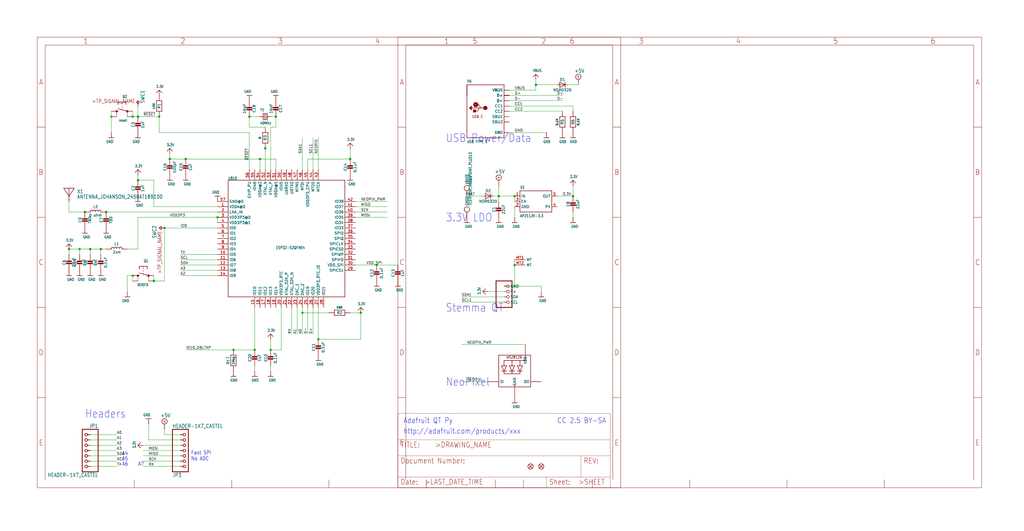
<source format=kicad_sch>
(kicad_sch (version 20211123) (generator eeschema)
  (paper "User" 490.22 254.406)
  (lib_symbols
    (symbol "eagleSchem-eagle-import:+5V" (power)
      (property "Value" "+5V" (at -1.905 3.175 0))
      (symbol "+5V_1_0"
        (pin power_in line (at 0 -2.54 90) (length 2.54) (name "+5V") (number "1"))
      )
    )
    (symbol "eagleSchem-eagle-import:3.3V" (power)
      (property "Value" "3.3V" (at -1.524 1.016 0))
      (symbol "3.3V_1_0"
        (pin power_in line (at 0 -2.54 90) (length 2.54) (name "3.3V") (number "1"))
      )
    )
    (symbol "eagleSchem-eagle-import:ANTENNA_JOHANSON_2450AT18B100"
      (property "Reference" "X" (at 3.81 1.27 0))
      (property "Value" "ANTENNA_JOHANSON_2450AT18B100" (at 3.81 -1.27 0))
      (symbol "ANTENNA_JOHANSON_2450AT18B100_1_0"
        (pin passive line (at 0 -2.54 90) (length 2.54) (name "P$1") (number "FP"))
      )
    )
    (symbol "eagleSchem-eagle-import:CAP_CERAMIC0805-NOOUTLINE"
      (property "Reference" "C" (at -2.29 1.25 90))
      (property "Value" "CAP_CERAMIC0805-NOOUTLINE" (at 2.3 1.25 90))
      (symbol "CAP_CERAMIC0805-NOOUTLINE_1_0"
        (pin passive line (at 0 5.08 270) (length 2.54) (name "1") (number "1"))
        (pin passive line (at 0 -2.54 90) (length 2.54) (name "2") (number "2"))
      )
    )
    (symbol "eagleSchem-eagle-import:CAP_CERAMIC_0402NO"
      (property "Reference" "C" (at -2.29 1.25 90))
      (property "Value" "CAP_CERAMIC_0402NO" (at 2.3 1.25 90))
      (symbol "CAP_CERAMIC_0402NO_1_0"
        (pin passive line (at 0 5.08 270) (length 2.54) (name "1") (number "1"))
        (pin passive line (at 0 -2.54 90) (length 2.54) (name "2") (number "2"))
      )
    )
    (symbol "eagleSchem-eagle-import:CRYSTAL_2X1.6MM"
      (property "Reference" "Y" (at -2.54 2.54 0))
      (property "Value" "CRYSTAL_2X1.6MM" (at -2.54 -3.81 0))
      (symbol "CRYSTAL_2X1.6MM_1_0"
        (pin passive line (at -2.54 0 0) (length 0) (name "1") (number "1"))
        (pin passive line (at 2.54 0 180) (length 0) (name "2") (number "3"))
      )
    )
    (symbol "eagleSchem-eagle-import:DIODE_SOD323MINI"
      (property "Reference" "D" (at 0 2.54 0))
      (property "Value" "DIODE_SOD323MINI" (at 0 -2.5 0))
      (symbol "DIODE_SOD323MINI_1_0"
        (pin passive line (at -2.54 0 0) (length 2.54) (name "A") (number "A"))
        (pin passive line (at 2.54 0 180) (length 2.54) (name "C") (number "C"))
      )
    )
    (symbol "eagleSchem-eagle-import:ESP32-S2QFN54"
      (property "Value" "ESP32-S2QFN54" (at -25.4 -30.48 0))
      (symbol "ESP32-S2QFN54_1_0"
        (pin power_in line (at -33.02 15.24 0) (length 5.08) (name "VDDA@0") (number "1"))
        (pin bidirectional line (at -33.02 -7.62 0) (length 5.08) (name "IO5") (number "10"))
        (pin bidirectional line (at -33.02 -10.16 0) (length 5.08) (name "IO6") (number "11"))
        (pin bidirectional line (at -33.02 -12.7 0) (length 5.08) (name "IO7") (number "12"))
        (pin bidirectional line (at -33.02 -15.24 0) (length 5.08) (name "IO8") (number "13"))
        (pin bidirectional line (at -33.02 -17.78 0) (length 5.08) (name "IO9") (number "14"))
        (pin bidirectional line (at -15.24 -33.02 90) (length 5.08) (name "IO10") (number "15"))
        (pin bidirectional line (at -12.7 -33.02 90) (length 5.08) (name "IO11") (number "16"))
        (pin bidirectional line (at -10.16 -33.02 90) (length 5.08) (name "IO12") (number "17"))
        (pin bidirectional line (at -7.62 -33.02 90) (length 5.08) (name "IO13") (number "18"))
        (pin bidirectional line (at -5.08 -33.02 90) (length 5.08) (name "IO14") (number "19"))
        (pin bidirectional line (at -33.02 12.7 0) (length 5.08) (name "LNA_IN") (number "2"))
        (pin power_in line (at -2.54 -33.02 90) (length 5.08) (name "VDD3P3_RTC") (number "20"))
        (pin bidirectional line (at 0 -33.02 90) (length 5.08) (name "XTAL_32K_P") (number "21"))
        (pin bidirectional line (at 2.54 -33.02 90) (length 5.08) (name "XTAL_32K_N") (number "22"))
        (pin bidirectional line (at 5.08 -33.02 90) (length 5.08) (name "DAC_1") (number "23"))
        (pin bidirectional line (at 7.62 -33.02 90) (length 5.08) (name "DAC_2") (number "24"))
        (pin bidirectional line (at 10.16 -33.02 90) (length 5.08) (name "IO19") (number "25"))
        (pin bidirectional line (at 12.7 -33.02 90) (length 5.08) (name "IO20") (number "26"))
        (pin power_in line (at 15.24 -33.02 90) (length 5.08) (name "VDD3P3_RTC_IO") (number "27"))
        (pin bidirectional line (at 17.78 -33.02 90) (length 5.08) (name "IO21") (number "28"))
        (pin bidirectional line (at 33.02 -15.24 180) (length 5.08) (name "SPICS1") (number "29"))
        (pin power_in line (at -33.02 10.16 0) (length 5.08) (name "VDD3P3@0") (number "3"))
        (pin power_in line (at 33.02 -12.7 180) (length 5.08) (name "VDD_SPI") (number "30"))
        (pin bidirectional line (at 33.02 -10.16 180) (length 5.08) (name "SPIHD") (number "31"))
        (pin bidirectional line (at 33.02 -7.62 180) (length 5.08) (name "SPIWP") (number "32"))
        (pin bidirectional line (at 33.02 -5.08 180) (length 5.08) (name "SPICS0") (number "33"))
        (pin bidirectional line (at 33.02 -2.54 180) (length 5.08) (name "SPICLK") (number "34"))
        (pin bidirectional line (at 33.02 0 180) (length 5.08) (name "SPIQ") (number "35"))
        (pin bidirectional line (at 33.02 2.54 180) (length 5.08) (name "SPID") (number "36"))
        (pin bidirectional line (at 33.02 5.08 180) (length 5.08) (name "IO33") (number "37"))
        (pin bidirectional line (at 33.02 7.62 180) (length 5.08) (name "IO34") (number "38"))
        (pin bidirectional line (at 33.02 10.16 180) (length 5.08) (name "IO35") (number "39"))
        (pin power_in line (at -33.02 7.62 0) (length 5.08) (name "VDD3P3@1") (number "4"))
        (pin bidirectional line (at 33.02 12.7 180) (length 5.08) (name "IO36") (number "40"))
        (pin bidirectional line (at 33.02 15.24 180) (length 5.08) (name "IO37") (number "41"))
        (pin bidirectional line (at 33.02 17.78 180) (length 5.08) (name "IO38") (number "42"))
        (pin bidirectional line (at 15.24 33.02 270) (length 5.08) (name "MTCK") (number "43"))
        (pin bidirectional line (at 12.7 33.02 270) (length 5.08) (name "MTD0") (number "44"))
        (pin power_in line (at 10.16 33.02 270) (length 5.08) (name "VDD3P3_CPU") (number "45"))
        (pin bidirectional line (at 7.62 33.02 270) (length 5.08) (name "MTDI") (number "46"))
        (pin bidirectional line (at 5.08 33.02 270) (length 5.08) (name "MTMS") (number "47"))
        (pin bidirectional line (at 2.54 33.02 270) (length 5.08) (name "U0TXD") (number "48"))
        (pin bidirectional line (at 0 33.02 270) (length 5.08) (name "U0RXD") (number "49"))
        (pin bidirectional line (at -33.02 5.08 0) (length 5.08) (name "IO0") (number "5"))
        (pin bidirectional line (at -2.54 33.02 270) (length 5.08) (name "IO45") (number "50"))
        (pin power_in line (at -5.08 33.02 270) (length 5.08) (name "VDDA@1") (number "51"))
        (pin bidirectional line (at -10.16 33.02 270) (length 5.08) (name "XTAL_N") (number "52"))
        (pin bidirectional line (at -7.62 33.02 270) (length 5.08) (name "XTAL_P") (number "53"))
        (pin power_in line (at -12.7 33.02 270) (length 5.08) (name "VDDA@2") (number "54"))
        (pin input line (at -15.24 33.02 270) (length 5.08) (name "IO46") (number "55"))
        (pin input line (at -17.78 33.02 270) (length 5.08) (name "CHIP_PU") (number "56"))
        (pin power_in line (at -33.02 17.78 0) (length 5.08) (name "GND@0") (number "57"))
        (pin bidirectional line (at -33.02 2.54 0) (length 5.08) (name "IO1") (number "6"))
        (pin bidirectional line (at -33.02 0 0) (length 5.08) (name "IO2") (number "7"))
        (pin bidirectional line (at -33.02 -2.54 0) (length 5.08) (name "IO3") (number "8"))
        (pin bidirectional line (at -33.02 -5.08 0) (length 5.08) (name "IO4") (number "9"))
      )
    )
    (symbol "eagleSchem-eagle-import:FIDUCIAL_1MM")
    (symbol "eagleSchem-eagle-import:FRAME_A_L"
      (symbol "FRAME_A_L_0_0"
        (text "1" (at 23.2833 213.995 0) (effects (font (size 2.54 2.286))))
        (text "2" (at 69.85 213.995 0) (effects (font (size 2.54 2.286))))
        (text "3" (at 116.4167 213.995 0) (effects (font (size 2.54 2.286))))
        (text "4" (at 162.9833 213.995 0) (effects (font (size 2.54 2.286))))
        (text "5" (at 209.55 213.995 0) (effects (font (size 2.54 2.286))))
        (text "6" (at 256.1167 213.995 0) (effects (font (size 2.54 2.286))))
        (text "A" (at 1.905 194.31 0) (effects (font (size 2.54 2.286))))
        (text "A" (at 277.495 194.31 0) (effects (font (size 2.54 2.286))))
        (text "B" (at 1.905 151.13 0) (effects (font (size 2.54 2.286))))
        (text "B" (at 277.495 151.13 0) (effects (font (size 2.54 2.286))))
        (text "C" (at 1.905 107.95 0) (effects (font (size 2.54 2.286))))
        (text "C" (at 277.495 107.95 0) (effects (font (size 2.54 2.286))))
        (text "D" (at 1.905 64.77 0) (effects (font (size 2.54 2.286))))
        (text "D" (at 277.495 64.77 0) (effects (font (size 2.54 2.286))))
        (text "E" (at 1.905 21.59 0) (effects (font (size 2.54 2.286))))
        (text "E" (at 277.495 21.59 0) (effects (font (size 2.54 2.286))))
      )
      (symbol "FRAME_A_L_2_0"
        (text ">DRAWING_NAME" (at 17.78 19.05 0) (effects (font (size 2.54 2.159)) (justify left bottom)))
        (text ">LAST_DATE_TIME" (at 12.7 1.27 0) (effects (font (size 2.54 2.159)) (justify left bottom)))
        (text ">SHEET" (at 86.36 1.27 0) (effects (font (size 2.54 2.159)) (justify left bottom)))
        (text "Date:" (at 1.27 1.27 0) (effects (font (size 2.54 2.159)) (justify left bottom)))
        (text "Document Number:" (at 1.27 11.43 0) (effects (font (size 2.54 2.159)) (justify left bottom)))
        (text "REV:" (at 88.9 11.43 0) (effects (font (size 2.54 2.159)) (justify left bottom)))
        (text "Sheet:" (at 72.39 1.27 0) (effects (font (size 2.54 2.159)) (justify left bottom)))
        (text "TITLE:" (at 1.27 19.05 0) (effects (font (size 2.54 2.159)) (justify left bottom)))
      )
    )
    (symbol "eagleSchem-eagle-import:GND" (power)
      (property "Value" "GND" (at -1.524 -2.54 0))
      (symbol "GND_1_0"
        (pin power_in line (at 0 2.54 270) (length 2.54) (name "GND") (number "1"))
      )
    )
    (symbol "eagleSchem-eagle-import:HEADER-1X7_CASTEL"
      (property "Reference" "JP" (at -6.35 10.795 0))
      (property "Value" "HEADER-1X7_CASTEL" (at -6.35 -12.7 0))
      (symbol "HEADER-1X7_CASTEL_1_0"
        (pin passive inverted (at -2.54 7.62 0) (length 2.54) (name "1") (number "1"))
        (pin passive inverted (at -2.54 7.62 0) (length 2.54) (name "1") (number "1C"))
        (pin passive inverted (at -2.54 5.08 0) (length 2.54) (name "2") (number "2"))
        (pin passive inverted (at -2.54 5.08 0) (length 2.54) (name "2") (number "2C"))
        (pin passive inverted (at -2.54 2.54 0) (length 2.54) (name "3") (number "3"))
        (pin passive inverted (at -2.54 2.54 0) (length 2.54) (name "3") (number "3C"))
        (pin passive inverted (at -2.54 0 0) (length 2.54) (name "4") (number "4"))
        (pin passive inverted (at -2.54 0 0) (length 2.54) (name "4") (number "4C"))
        (pin passive inverted (at -2.54 -2.54 0) (length 2.54) (name "5") (number "5"))
        (pin passive inverted (at -2.54 -2.54 0) (length 2.54) (name "5") (number "5C"))
        (pin passive inverted (at -2.54 -5.08 0) (length 2.54) (name "6") (number "6"))
        (pin passive inverted (at -2.54 -5.08 0) (length 2.54) (name "6") (number "6C"))
        (pin passive inverted (at -2.54 -7.62 0) (length 2.54) (name "7") (number "7"))
        (pin passive inverted (at -2.54 -7.62 0) (length 2.54) (name "7") (number "7C"))
      )
    )
    (symbol "eagleSchem-eagle-import:INDUCTOR_0402"
      (property "Reference" "L" (at 0 2.54 0))
      (property "Value" "INDUCTOR_0402" (at 0 -1.54 0))
      (symbol "INDUCTOR_0402_1_0"
        (pin passive line (at -5.08 0 0) (length 2.54) (name "1") (number "1"))
        (pin passive line (at 5.08 0 180) (length 2.54) (name "2") (number "2"))
      )
    )
    (symbol "eagleSchem-eagle-import:RESISTOR_0402NO"
      (property "Reference" "R" (at 0 2.54 0))
      (property "Value" "RESISTOR_0402NO" (at 0 0 0))
      (symbol "RESISTOR_0402NO_1_0"
        (pin passive line (at -5.08 0 0) (length 2.54) (name "1") (number "1"))
        (pin passive line (at 5.08 0 180) (length 2.54) (name "2") (number "2"))
      )
    )
    (symbol "eagleSchem-eagle-import:STEMMA_I2C_QTSKINNY"
      (symbol "STEMMA_I2C_QTSKINNY_1_0"
        (pin passive inverted (at 0 5.08 0) (length 2.54) (name "GND") (number "1"))
        (pin passive inverted (at 0 2.54 0) (length 2.54) (name "V+") (number "2"))
        (pin passive inverted (at 0 0 0) (length 2.54) (name "SDA") (number "3"))
        (pin passive inverted (at 0 -2.54 0) (length 2.54) (name "SCL") (number "4"))
      )
      (symbol "STEMMA_I2C_QTSKINNY_2_0"
        (pin bidirectional line (at 0 0 0) (length 5.08) (name "MT") (number "MT1"))
      )
      (symbol "STEMMA_I2C_QTSKINNY_3_0"
        (pin bidirectional line (at 0 0 0) (length 5.08) (name "MT") (number "MT2"))
      )
    )
    (symbol "eagleSchem-eagle-import:SWITCH_TACT_SMT4.6X2.8"
      (property "Reference" "SW" (at -2.54 6.35 0))
      (property "Value" "SWITCH_TACT_SMT4.6X2.8" (at -2.54 -5.08 0))
      (symbol "SWITCH_TACT_SMT4.6X2.8_1_0"
        (pin passive line (at -5.08 0 0) (length 2.54) (name "P") (number "A"))
        (pin passive line (at -5.08 -2.54 0) (length 2.54) (name "P1") (number "A'"))
        (pin passive line (at 5.08 0 180) (length 2.54) (name "S") (number "B"))
        (pin passive line (at 5.08 -2.54 180) (length 2.54) (name "S1") (number "B'"))
      )
    )
    (symbol "eagleSchem-eagle-import:TESTPOINT_MINUS"
      (property "Reference" "TP" (at 0 5.588 90))
      (property "Value" "TESTPOINT_MINUS" (at 1.651 5.588 90))
      (symbol "TESTPOINT_MINUS_1_0"
        (pin bidirectional line (at 0 0 90) (length 2.54) (name "P$1") (number "P$1"))
      )
    )
    (symbol "eagleSchem-eagle-import:TESTPOINT_PLUS13"
      (property "Reference" "TP" (at 0 5.588 90))
      (property "Value" "TESTPOINT_PLUS13" (at 1.651 5.588 90))
      (symbol "TESTPOINT_PLUS13_1_0"
        (pin bidirectional line (at 0 0 90) (length 2.54) (name "P$1") (number "P$1"))
      )
    )
    (symbol "eagleSchem-eagle-import:TPB1,27"
      (property "Reference" "TP" (at -1.27 1.27 0))
      (symbol "TPB1,27_1_0"
        (text ">TP_SIGNAL_NAME" (at 1.27 -1.27 0) (effects (font (size 1.778 1.5113)) (justify left bottom)))
        (pin input line (at 0 -2.54 90) (length 2.54) (name "TP") (number "TP"))
      )
    )
    (symbol "eagleSchem-eagle-import:USB_C"
      (property "Reference" "X" (at -10.16 13.716 0))
      (property "Value" "USB_C" (at -10.16 -15.24 0))
      (symbol "USB_C_1_0"
        (text "USB C" (at -5.08 -2.54 0) (effects (font (size 1.27 1.0795))))
        (pin power_in line (at 10.16 -10.16 180) (length 2.54) (name "GND") (number "A1B12"))
        (pin power_in line (at 10.16 10.16 180) (length 2.54) (name "VBUS") (number "A4B9"))
        (pin bidirectional line (at 10.16 2.54 180) (length 2.54) (name "CC1") (number "A5"))
        (pin bidirectional line (at 10.16 7.62 180) (length 2.54) (name "D+") (number "A6"))
        (pin bidirectional line (at 10.16 5.08 180) (length 2.54) (name "D-") (number "A7"))
        (pin bidirectional line (at 10.16 -2.54 180) (length 2.54) (name "SBU1") (number "A8"))
        (pin power_in line (at 10.16 -10.16 180) (length 2.54) (name "GND") (number "B1A12"))
        (pin power_in line (at 10.16 10.16 180) (length 2.54) (name "VBUS") (number "B4A9"))
        (pin bidirectional line (at 10.16 0 180) (length 2.54) (name "CC2") (number "B5"))
        (pin bidirectional line (at 10.16 7.62 180) (length 2.54) (name "D+") (number "B6"))
        (pin bidirectional line (at 10.16 5.08 180) (length 2.54) (name "D-") (number "B7"))
        (pin bidirectional line (at 10.16 -5.08 180) (length 2.54) (name "SBU2") (number "B8"))
      )
    )
    (symbol "eagleSchem-eagle-import:VBUS" (power)
      (property "Value" "VBUS" (at -1.524 1.016 0))
      (symbol "VBUS_1_0"
        (pin power_in line (at 0 -2.54 90) (length 2.54) (name "VBUS") (number "1"))
      )
    )
    (symbol "eagleSchem-eagle-import:VREG_SOT23-5"
      (property "Reference" "U" (at -7.62 6.096 0))
      (property "Value" "VREG_SOT23-5" (at -7.62 -7.62 0))
      (symbol "VREG_SOT23-5_1_0"
        (pin power_in line (at -10.16 2.54 0) (length 2.54) (name "IN") (number "1"))
        (pin power_in line (at -10.16 -2.54 0) (length 2.54) (name "GND") (number "2"))
        (pin input line (at -10.16 0 0) (length 2.54) (name "EN") (number "3"))
        (pin bidirectional line (at 10.16 -2.54 180) (length 2.54) (name "P4") (number "4"))
        (pin power_in line (at 10.16 2.54 180) (length 2.54) (name "OUT") (number "5"))
      )
    )
    (symbol "eagleSchem-eagle-import:WS2812B_SK6805_1515"
      (symbol "WS2812B_SK6805_1515_1_0"
        (text "WS2812B" (at -4.064 8.382 0) (effects (font (size 1.27 1.0795)) (justify left bottom)))
        (pin input line (at -12.7 -2.54 0) (length 5.08) (name "DI") (number "1"))
        (pin power_in line (at 5.08 15.24 270) (length 5.08) (name "VDD") (number "2"))
        (pin output line (at 12.7 -2.54 180) (length 5.08) (name "DO") (number "3"))
        (pin power_in line (at 0 -10.16 90) (length 5.08) (name "GND") (number "4"))
      )
    )
  )
  (junction (at 33.02 119.38))
  (junction (at 119.38 55.88))
  (junction (at 104.14 104.14))
  (junction (at 81.28 76.2))
  (junction (at 111.76 167.64))
  (junction (at 129.54 167.64))
  (junction (at 121.92 167.64))
  (junction (at 124.46 76.2))
  (junction (at 73.66 134.62))
  (junction (at 144.78 149.86))
  (junction (at 66.04 55.88))
  (junction (at 43.18 119.38))
  (junction (at 48.26 119.38))
  (junction (at 88.9 76.2))
  (junction (at 76.2 55.88))
  (junction (at 63.5 132.08))
  (junction (at 50.8 101.6))
  (junction (at 78.74 109.22))
  (junction (at 246.38 127))
  (junction (at 152.4 162.56))
  (junction (at 38.1 119.38))
  (junction (at 66.04 86.36))
  (junction (at 127 71.12))
  (junction (at 132.08 55.88))
  (junction (at 40.64 101.6))
  (junction (at 238.76 93.98))
  (junction (at 172.72 149.86))
  (junction (at 180.34 127))
  (junction (at 167.64 76.2))
  (junction (at 246.38 93.98))
  (junction (at 63.5 55.88))
  (junction (at 246.38 137.16))
  (junction (at 274.32 93.98))
  (junction (at 256.54 40.64))
  (junction (at 53.34 55.88))
  (wire (pts (xy 104.14 104.14) (xy 104.14 106.68)))
  (wire (pts (xy 43.18 210.82) (xy 55.88 210.82)))
  (wire (pts (xy 256.54 43.18) (xy 243.84 43.18)))
  (wire (pts (xy 124.46 76.2) (xy 124.46 81.28)))
  (wire (pts (xy 129.54 167.64) (xy 134.62 167.64)))
  (wire (pts (xy 241.3 137.16) (xy 246.38 137.16)))
  (wire (pts (xy 134.62 167.64) (xy 134.62 147.32)))
  (wire (pts (xy 76.2 63.5) (xy 119.38 63.5)))
  (wire (pts (xy 78.74 134.62) (xy 78.74 109.22)))
  (wire (pts (xy 251.46 165.1) (xy 220.98 165.1)))
  (wire (pts (xy 111.76 167.64) (xy 88.9 167.64)))
  (wire (pts (xy 243.84 50.8) (xy 274.32 50.8)))
  (wire (pts (xy 132.08 60.96) (xy 132.08 55.88)))
  (wire (pts (xy 246.38 99.06) (xy 246.38 104.14)))
  (wire (pts (xy 43.18 119.38) (xy 38.1 119.38)))
  (wire (pts (xy 63.5 55.88) (xy 66.04 55.88)))
  (wire (pts (xy 238.76 88.9) (xy 238.76 93.98)))
  (wire (pts (xy 236.22 93.98) (xy 238.76 93.98)))
  (wire (pts (xy 246.38 124.46) (xy 246.38 127)))
  (wire (pts (xy 147.32 81.28) (xy 147.32 76.2)))
  (wire (pts (xy 66.04 55.88) (xy 76.2 55.88)))
  (wire (pts (xy 86.36 124.46) (xy 104.14 124.46)))
  (wire (pts (xy 241.3 139.7) (xy 233.68 139.7)))
  (wire (pts (xy 121.92 147.32) (xy 121.92 167.64)))
  (wire (pts (xy 55.88 213.36) (xy 43.18 213.36)))
  (wire (pts (xy 78.74 208.28) (xy 78.74 205.74)))
  (wire (pts (xy 144.78 149.86) (xy 144.78 147.32)))
  (wire (pts (xy 261.62 63.5) (xy 243.84 63.5)))
  (wire (pts (xy 274.32 50.8) (xy 274.32 53.34)))
  (wire (pts (xy 104.14 109.22) (xy 78.74 109.22)))
  (wire (pts (xy 66.04 83.82) (xy 66.04 86.36)))
  (wire (pts (xy 246.38 96.52) (xy 246.38 93.98)))
  (wire (pts (xy 127 71.12) (xy 127 68.58)))
  (wire (pts (xy 129.54 177.8) (xy 129.54 175.26)))
  (wire (pts (xy 38.1 119.38) (xy 33.02 119.38)))
  (wire (pts (xy 119.38 60.96) (xy 119.38 55.88)))
  (wire (pts (xy 104.14 104.14) (xy 66.04 104.14)))
  (wire (pts (xy 33.02 101.6) (xy 33.02 96.52)))
  (wire (pts (xy 53.34 53.34) (xy 53.34 55.88)))
  (wire (pts (xy 152.4 147.32) (xy 152.4 162.56)))
  (wire (pts (xy 170.18 127) (xy 180.34 127)))
  (wire (pts (xy 53.34 63.5) (xy 53.34 55.88)))
  (wire (pts (xy 256.54 40.64) (xy 266.7 40.64)))
  (wire (pts (xy 241.3 144.78) (xy 220.98 144.78)))
  (wire (pts (xy 66.04 50.8) (xy 66.04 55.88)))
  (wire (pts (xy 43.18 215.9) (xy 55.88 215.9)))
  (wire (pts (xy 132.08 76.2) (xy 124.46 76.2)))
  (wire (pts (xy 33.02 121.92) (xy 33.02 119.38)))
  (wire (pts (xy 104.14 99.06) (xy 73.66 99.06)))
  (wire (pts (xy 86.36 218.44) (xy 68.58 218.44)))
  (wire (pts (xy 63.5 55.88) (xy 63.5 53.34)))
  (wire (pts (xy 144.78 160.02) (xy 144.78 149.86)))
  (wire (pts (xy 73.66 86.36) (xy 66.04 86.36)))
  (wire (pts (xy 86.36 220.98) (xy 68.58 220.98)))
  (wire (pts (xy 40.64 101.6) (xy 33.02 101.6)))
  (wire (pts (xy 241.3 142.24) (xy 220.98 142.24)))
  (wire (pts (xy 149.86 66.04) (xy 149.86 81.28)))
  (wire (pts (xy 246.38 127) (xy 246.38 137.16)))
  (wire (pts (xy 43.18 220.98) (xy 55.88 220.98)))
  (wire (pts (xy 172.72 162.56) (xy 172.72 149.86)))
  (wire (pts (xy 76.2 55.88) (xy 76.2 63.5)))
  (wire (pts (xy 142.24 160.02) (xy 142.24 147.32)))
  (wire (pts (xy 271.78 40.64) (xy 276.86 40.64)))
  (wire (pts (xy 121.92 177.8) (xy 121.92 175.26)))
  (wire (pts (xy 119.38 63.5) (xy 119.38 81.28)))
  (wire (pts (xy 48.26 119.38) (xy 43.18 119.38)))
  (wire (pts (xy 86.36 215.9) (xy 68.58 215.9)))
  (wire (pts (xy 256.54 38.1) (xy 256.54 40.64)))
  (wire (pts (xy 144.78 149.86) (xy 157.48 149.86)))
  (wire (pts (xy 127 81.28) (xy 127 71.12)))
  (wire (pts (xy 73.66 99.06) (xy 73.66 86.36)))
  (wire (pts (xy 86.36 132.08) (xy 104.14 132.08)))
  (wire (pts (xy 86.36 223.52) (xy 68.58 223.52)))
  (wire (pts (xy 111.76 167.64) (xy 121.92 167.64)))
  (wire (pts (xy 167.64 76.2) (xy 167.64 71.12)))
  (wire (pts (xy 170.18 104.14) (xy 185.42 104.14)))
  (wire (pts (xy 48.26 119.38) (xy 48.26 121.92)))
  (wire (pts (xy 55.88 208.28) (xy 43.18 208.28)))
  (wire (pts (xy 147.32 160.02) (xy 147.32 147.32)))
  (wire (pts (xy 71.12 210.82) (xy 71.12 203.2)))
  (wire (pts (xy 43.18 223.52) (xy 55.88 223.52)))
  (wire (pts (xy 50.8 101.6) (xy 104.14 101.6)))
  (wire (pts (xy 55.88 218.44) (xy 43.18 218.44)))
  (wire (pts (xy 50.8 119.38) (xy 48.26 119.38)))
  (wire (pts (xy 246.38 137.16) (xy 259.08 137.16)))
  (wire (pts (xy 274.32 88.9) (xy 274.32 93.98)))
  (wire (pts (xy 149.86 160.02) (xy 149.86 147.32)))
  (wire (pts (xy 129.54 162.56) (xy 129.54 167.64)))
  (wire (pts (xy 243.84 45.72) (xy 269.24 45.72)))
  (wire (pts (xy 86.36 210.82) (xy 71.12 210.82)))
  (wire (pts (xy 238.76 93.98) (xy 246.38 93.98)))
  (wire (pts (xy 124.46 55.88) (xy 119.38 55.88)))
  (wire (pts (xy 144.78 81.28) (xy 144.78 66.04)))
  (wire (pts (xy 152.4 81.28) (xy 152.4 66.04)))
  (wire (pts (xy 132.08 55.88) (xy 129.54 55.88)))
  (wire (pts (xy 38.1 121.92) (xy 38.1 119.38)))
  (wire (pts (xy 86.36 208.28) (xy 78.74 208.28)))
  (wire (pts (xy 259.08 137.16) (xy 259.08 139.7)))
  (wire (pts (xy 43.18 121.92) (xy 43.18 119.38)))
  (wire (pts (xy 129.54 60.96) (xy 132.08 60.96)))
  (wire (pts (xy 86.36 127) (xy 104.14 127)))
  (wire (pts (xy 60.96 132.08) (xy 63.5 132.08)))
  (wire (pts (xy 233.68 182.88) (xy 220.98 182.88)))
  (wire (pts (xy 243.84 53.34) (xy 269.24 53.34)))
  (wire (pts (xy 223.52 93.98) (xy 231.14 93.98)))
  (wire (pts (xy 132.08 81.28) (xy 132.08 76.2)))
  (wire (pts (xy 256.54 40.64) (xy 256.54 43.18)))
  (wire (pts (xy 88.9 76.2) (xy 124.46 76.2)))
  (wire (pts (xy 274.32 104.14) (xy 274.32 101.6)))
  (wire (pts (xy 60.96 139.7) (xy 60.96 132.08)))
  (wire (pts (xy 243.84 48.26) (xy 269.24 48.26)))
  (wire (pts (xy 63.5 134.62) (xy 63.5 132.08)))
  (wire (pts (xy 170.18 96.52) (xy 185.42 96.52)))
  (wire (pts (xy 266.7 93.98) (xy 274.32 93.98)))
  (wire (pts (xy 66.04 104.14) (xy 66.04 119.38)))
  (wire (pts (xy 139.7 147.32) (xy 139.7 160.02)))
  (wire (pts (xy 152.4 162.56) (xy 172.72 162.56)))
  (wire (pts (xy 127 60.96) (xy 119.38 60.96)))
  (wire (pts (xy 170.18 101.6) (xy 185.42 101.6)))
  (wire (pts (xy 73.66 132.08) (xy 73.66 134.62)))
  (wire (pts (xy 147.32 76.2) (xy 167.64 76.2)))
  (wire (pts (xy 73.66 134.62) (xy 78.74 134.62)))
  (wire (pts (xy 86.36 121.92) (xy 104.14 121.92)))
  (wire (pts (xy 66.04 119.38) (xy 60.96 119.38)))
  (wire (pts (xy 86.36 129.54) (xy 104.14 129.54)))
  (wire (pts (xy 170.18 99.06) (xy 185.42 99.06)))
  (wire (pts (xy 129.54 81.28) (xy 129.54 60.96)))
  (wire (pts (xy 86.36 213.36) (xy 68.58 213.36)))
  (wire (pts (xy 238.76 96.52) (xy 238.76 93.98)))
  (wire (pts (xy 180.34 127) (xy 190.5 127)))
  (wire (pts (xy 167.64 149.86) (xy 172.72 149.86)))
  (wire (pts (xy 81.28 76.2) (xy 88.9 76.2)))
  (wire (pts (xy 81.28 73.66) (xy 81.28 76.2)))
  (text "http://adafruit.com/products/xxx" (at 193.04 208.28 180) (effects (font (size 2.54 2.159)) (justify left bottom)))
  (text "Fast SPI\nNo ADC" (at 91.44 220.98 180) (effects (font (size 1.778 1.5113)) (justify left bottom)))
  (text "NeoPixel" (at 213.36 185.42 180) (effects (font (size 3.81 3.2385)) (justify left bottom)))
  (text "CC 2.5 BY-SA" (at 266.7 203.2 180) (effects (font (size 2.54 2.159)) (justify left bottom)))
  (text "3.3V LDO" (at 213.36 106.68 180) (effects (font (size 3.81 3.2385)) (justify left bottom)))
  (text "Stemma QT" (at 213.36 149.86 180) (effects (font (size 3.81 3.2385)) (justify left bottom)))
  (text "A7" (at 66.04 223.52 180) (effects (font (size 1.778 1.5113)) (justify left bottom)))
  (text "Adafruit QT Py" (at 193.04 203.2 180) (effects (font (size 2.54 2.159)) (justify left bottom)))
  (text "A6" (at 58.42 223.52 180) (effects (font (size 1.778 1.5113)) (justify left bottom)))
  (text "A4" (at 58.42 218.44 180) (effects (font (size 1.778 1.5113)) (justify left bottom)))
  (text "USB Power/Data" (at 213.36 68.58 180) (effects (font (size 3.81 3.2385)) (justify left bottom)))
  (text "A5" (at 58.42 220.98 180) (effects (font (size 1.778 1.5113)) (justify left bottom)))
  (text "Headers" (at 40.64 200.66 180) (effects (font (size 3.81 3.2385)) (justify left bottom)))
  (label "D-" (at 246.38 48.26 0) (effects (font (size 1.2446 1.2446))))
  (label "GND" (at 246.38 63.5 0) (effects (font (size 1.2446 1.2446))))
  (label "SDA" (at 86.36 127 0) (effects (font (size 1.2446 1.2446))))
  (label "SDA1" (at 144.78 73.66 90) (effects (font (size 1.2446 1.2446))))
  (label "TX" (at 86.36 121.92 0) (effects (font (size 1.2446 1.2446))))
  (label "D+" (at 246.38 45.72 0) (effects (font (size 1.2446 1.2446))))
  (label "RX" (at 71.12 223.52 0) (effects (font (size 1.2446 1.2446))))
  (label "VDD3P3" (at 81.28 104.14 0) (effects (font (size 1.2446 1.2446))))
  (label "A1" (at 142.24 160.02 90) (effects (font (size 1.2446 1.2446))))
  (label "IO0" (at 86.36 109.22 0) (effects (font (size 1.2446 1.2446))))
  (label "A0" (at 144.78 160.02 90) (effects (font (size 1.2446 1.2446))))
  (label "NEOPIX" (at 223.52 182.88 0) (effects (font (size 1.2446 1.2446))))
  (label "NEOPIX_PWR" (at 172.72 96.52 0) (effects (font (size 1.2446 1.2446))))
  (label "MISO" (at 71.12 218.44 0) (effects (font (size 1.2446 1.2446))))
  (label "A1" (at 55.88 210.82 0) (effects (font (size 1.2446 1.2446))))
  (label "TX" (at 55.88 223.52 0) (effects (font (size 1.2446 1.2446))))
  (label "CC1" (at 246.38 50.8 0) (effects (font (size 1.2446 1.2446))))
  (label "NEOPIX" (at 152.4 73.66 90) (effects (font (size 1.2446 1.2446))))
  (label "SCK" (at 71.12 220.98 0) (effects (font (size 1.2446 1.2446))))
  (label "VBUS" (at 246.38 43.18 0) (effects (font (size 1.2446 1.2446))))
  (label "SDA1" (at 220.98 142.24 0) (effects (font (size 1.2446 1.2446))))
  (label "D-" (at 266.7 48.26 0) (effects (font (size 1.2446 1.2446))))
  (label "CC2" (at 246.38 53.34 0) (effects (font (size 1.2446 1.2446))))
  (label "A3" (at 55.88 215.9 0) (effects (font (size 1.2446 1.2446))))
  (label "D-" (at 147.32 160.02 90) (effects (font (size 1.2446 1.2446))))
  (label "IO10_DBLTAP" (at 88.9 167.64 0) (effects (font (size 1.2446 1.2446))))
  (label "~{RESET}" (at 68.58 55.88 0) (effects (font (size 1.2446 1.2446))))
  (label "MOSI" (at 71.12 215.9 0) (effects (font (size 1.2446 1.2446))))
  (label "A2" (at 86.36 132.08 0) (effects (font (size 1.2446 1.2446))))
  (label "A2" (at 55.88 213.36 0) (effects (font (size 1.2446 1.2446))))
  (label "D+" (at 266.7 45.72 0) (effects (font (size 1.2446 1.2446))))
  (label "MOSI" (at 172.72 104.14 0) (effects (font (size 1.2446 1.2446))))
  (label "VDD_SPI" (at 175.26 127 0) (effects (font (size 1.2446 1.2446))))
  (label "RX" (at 139.7 160.02 90) (effects (font (size 1.2446 1.2446))))
  (label "~{RESET}" (at 119.38 76.835 90) (effects (font (size 1.2446 1.2446))))
  (label "SDA" (at 55.88 218.44 0) (effects (font (size 1.2446 1.2446))))
  (label "SCL1" (at 220.98 144.78 0) (effects (font (size 1.2446 1.2446))))
  (label "SCK" (at 172.72 101.6 0) (effects (font (size 1.2446 1.2446))))
  (label "SCL1" (at 149.86 73.66 90) (effects (font (size 1.2446 1.2446))))
  (label "SCL" (at 86.36 124.46 0) (effects (font (size 1.2446 1.2446))))
  (label "SCL" (at 55.88 220.98 0) (effects (font (size 1.2446 1.2446))))
  (label "A3" (at 86.36 129.54 0) (effects (font (size 1.2446 1.2446))))
  (label "3.3V" (at 269.24 93.98 0) (effects (font (size 1.2446 1.2446))))
  (label "A0" (at 55.88 208.28 0) (effects (font (size 1.2446 1.2446))))
  (label "NEOPIX_PWR" (at 223.52 165.1 0) (effects (font (size 1.2446 1.2446))))
  (label "MISO" (at 172.72 99.06 0) (effects (font (size 1.2446 1.2446))))
  (label "D+" (at 149.86 160.02 90) (effects (font (size 1.2446 1.2446))))
  (label "VBAT" (at 227.33 93.98 180) (effects (font (size 1.2446 1.2446))))
  (symbol (lib_id "eagleSchem-eagle-import:CAP_CERAMIC_0402NO") (at 129.54 172.72 0) (unit 1)
    (property "Reference" "C10" (at 127.25 171.47 90))
    (property "Value" "0.1uF" (at 131.84 171.47 90))
    (property "Footprint" "eagleSchem:_0402NO" (effects hide))
  )
  (symbol (lib_id "eagleSchem-eagle-import:GND") (at 167.64 86.36 0) (mirror y) (unit 1)
    (property "Reference" "#GND22" (effects hide))
    (property "Value" "GND" (at 170.18 88.9 0) (effects (font (size 1.27 1.0795)) (justify left bottom)))
    (property "Footprint" "eagleSchem:" (effects hide))
  )
  (symbol (lib_id "eagleSchem-eagle-import:3.3V") (at 33.02 116.84 0) (unit 1)
    (property "Reference" "#U$19" (effects hide))
    (property "Value" "3.3V" (at 31.496 115.824 0) (effects (font (size 1.27 1.0795)) (justify left bottom)))
    (property "Footprint" "eagleSchem:" (effects hide))
  )
  (symbol (lib_id "eagleSchem-eagle-import:TESTPOINT_PLUS13") (at 223.52 93.98 0) (unit 1)
    (property "Reference" "VBAT0" (at 223.52 88.392 90) (effects (font (size 1.27 1.0795)) (justify left)))
    (property "Value" "TESTPOINT_PLUS13" (at 225.171 88.392 90) (effects (font (size 1.27 1.0795)) (justify left)))
    (property "Footprint" "eagleSchem:TESTPOINT_PLUS_1X3MM" (effects hide))
  )
  (symbol (lib_id "eagleSchem-eagle-import:CAP_CERAMIC_0402NO") (at 81.28 81.28 0) (unit 1)
    (property "Reference" "C16" (at 78.99 80.03 90))
    (property "Value" "100pF" (at 83.58 80.03 90))
    (property "Footprint" "eagleSchem:_0402NO" (effects hide))
  )
  (symbol (lib_id "eagleSchem-eagle-import:GND") (at 38.1 132.08 0) (mirror y) (unit 1)
    (property "Reference" "#GND18" (effects hide))
    (property "Value" "GND" (at 40.64 134.62 0) (effects (font (size 1.27 1.0795)) (justify left bottom)))
    (property "Footprint" "eagleSchem:" (effects hide))
  )
  (symbol (lib_id "eagleSchem-eagle-import:FIDUCIAL_1MM") (at 254 223.52 0) (unit 1)
    (property "Reference" "U$8" (effects hide))
    (property "Value" "FIDUCIAL_1MM" (effects hide))
    (property "Footprint" "eagleSchem:FIDUCIAL_1MM" (effects hide))
  )
  (symbol (lib_id "eagleSchem-eagle-import:+5V") (at 238.76 86.36 0) (unit 1)
    (property "Reference" "#SUPPLY1" (effects hide))
    (property "Value" "+5V" (at 236.855 83.185 0) (effects (font (size 1.778 1.5113)) (justify left bottom)))
    (property "Footprint" "eagleSchem:" (effects hide))
  )
  (symbol (lib_id "eagleSchem-eagle-import:GND") (at 269.24 66.04 0) (unit 1)
    (property "Reference" "#U$9" (effects hide))
    (property "Value" "GND" (at 267.716 68.58 0) (effects (font (size 1.27 1.0795)) (justify left bottom)))
    (property "Footprint" "eagleSchem:" (effects hide))
  )
  (symbol (lib_id "eagleSchem-eagle-import:GND") (at 66.04 66.04 0) (unit 1)
    (property "Reference" "#GND4" (effects hide))
    (property "Value" "GND" (at 63.5 68.58 0) (effects (font (size 1.27 1.0795)) (justify left bottom)))
    (property "Footprint" "eagleSchem:" (effects hide))
  )
  (symbol (lib_id "eagleSchem-eagle-import:GND") (at 223.52 106.68 0) (mirror y) (unit 1)
    (property "Reference" "#GND27" (effects hide))
    (property "Value" "GND" (at 226.06 109.22 0) (effects (font (size 1.27 1.0795)) (justify left bottom)))
    (property "Footprint" "eagleSchem:" (effects hide))
  )
  (symbol (lib_id "eagleSchem-eagle-import:RESISTOR_0402NO") (at 111.76 172.72 90) (unit 1)
    (property "Reference" "R17" (at 109.22 172.72 0))
    (property "Value" "1Meg" (at 111.76 172.72 0) (effects (font (size 1.016 1.016) bold)))
    (property "Footprint" "eagleSchem:_0402NO" (effects hide))
  )
  (symbol (lib_id "eagleSchem-eagle-import:FIDUCIAL_1MM") (at 259.08 223.52 0) (unit 1)
    (property "Reference" "U$6" (effects hide))
    (property "Value" "FIDUCIAL_1MM" (effects hide))
    (property "Footprint" "eagleSchem:FIDUCIAL_1MM" (effects hide))
  )
  (symbol (lib_id "eagleSchem-eagle-import:CAP_CERAMIC_0402NO") (at 180.34 132.08 0) (unit 1)
    (property "Reference" "C12" (at 178.05 130.83 90))
    (property "Value" "0.1uF" (at 182.64 130.83 90))
    (property "Footprint" "eagleSchem:_0402NO" (effects hide))
  )
  (symbol (lib_id "eagleSchem-eagle-import:ESP32-S2QFN54") (at 137.16 114.3 0) (unit 1)
    (property "Reference" "U$15" (at 109.22 86.106 0) (effects (font (size 1.27 1.0795)) (justify left bottom)))
    (property "Value" "ESP32-S2QFN54" (at 132.08 119.38 0) (effects (font (size 1.27 1.0795)) (justify left bottom)))
    (property "Footprint" "eagleSchem:QFN56_7X7" (effects hide))
  )
  (symbol (lib_id "eagleSchem-eagle-import:TPB1,27") (at 66.04 48.26 0) (mirror y) (unit 1)
    (property "Reference" "SWC1" (at 67.31 49.53 90) (effects (font (size 1.778 1.5113)) (justify left bottom)))
    (property "Value" "TPB1,27" (effects hide))
    (property "Footprint" "eagleSchem:B1,27" (effects hide))
  )
  (symbol (lib_id "eagleSchem-eagle-import:GND") (at 60.96 142.24 0) (unit 1)
    (property "Reference" "#GND7" (effects hide))
    (property "Value" "GND" (at 58.42 144.78 0) (effects (font (size 1.27 1.0795)) (justify left bottom)))
    (property "Footprint" "eagleSchem:" (effects hide))
  )
  (symbol (lib_id "eagleSchem-eagle-import:GND") (at 180.34 137.16 0) (mirror y) (unit 1)
    (property "Reference" "#GND20" (effects hide))
    (property "Value" "GND" (at 182.88 139.7 0) (effects (font (size 1.27 1.0795)) (justify left bottom)))
    (property "Footprint" "eagleSchem:" (effects hide))
  )
  (symbol (lib_id "eagleSchem-eagle-import:HEADER-1X7_CASTEL") (at 88.9 215.9 0) (mirror x) (unit 1)
    (property "Reference" "JP3" (at 82.55 226.695 0) (effects (font (size 1.778 1.5113)) (justify left bottom)))
    (property "Value" "HEADER-1X7_CASTEL" (at 82.55 203.2 0) (effects (font (size 1.778 1.5113)) (justify left bottom)))
    (property "Footprint" "eagleSchem:1X07_CASTEL" (effects hide))
  )
  (symbol (lib_id "eagleSchem-eagle-import:GND") (at 104.14 93.98 0) (mirror x) (unit 1)
    (property "Reference" "#GND9" (effects hide))
    (property "Value" "GND" (at 101.6 91.44 0) (effects (font (size 1.27 1.0795)) (justify left bottom)))
    (property "Footprint" "eagleSchem:" (effects hide))
  )
  (symbol (lib_id "eagleSchem-eagle-import:GND") (at 81.28 86.36 0) (mirror y) (unit 1)
    (property "Reference" "#GND23" (effects hide))
    (property "Value" "GND" (at 83.82 88.9 0) (effects (font (size 1.27 1.0795)) (justify left bottom)))
    (property "Footprint" "eagleSchem:" (effects hide))
  )
  (symbol (lib_id "eagleSchem-eagle-import:GND") (at 246.38 193.04 0) (mirror y) (unit 1)
    (property "Reference" "#GND6" (effects hide))
    (property "Value" "GND" (at 248.92 195.58 0) (effects (font (size 1.27 1.0795)) (justify left bottom)))
    (property "Footprint" "eagleSchem:" (effects hide))
  )
  (symbol (lib_id "eagleSchem-eagle-import:VREG_SOT23-5") (at 256.54 96.52 0) (unit 1)
    (property "Reference" "U1" (at 248.92 90.424 0) (effects (font (size 1.27 1.0795)) (justify left bottom)))
    (property "Value" "AP2112K-3.3" (at 248.92 104.14 0) (effects (font (size 1.27 1.0795)) (justify left bottom)))
    (property "Footprint" "eagleSchem:SOT23-5" (effects hide))
  )
  (symbol (lib_id "eagleSchem-eagle-import:CAP_CERAMIC_0402NO") (at 121.92 172.72 0) (unit 1)
    (property "Reference" "C20" (at 119.63 171.47 90))
    (property "Value" "1uF" (at 124.22 171.47 90))
    (property "Footprint" "eagleSchem:_0402NO" (effects hide))
  )
  (symbol (lib_id "eagleSchem-eagle-import:CAP_CERAMIC_0402NO") (at 132.08 50.8 180) (unit 1)
    (property "Reference" "C17" (at 134.37 52.05 90))
    (property "Value" "16pF" (at 129.78 52.05 90))
    (property "Footprint" "eagleSchem:_0402NO" (effects hide))
  )
  (symbol (lib_id "eagleSchem-eagle-import:CAP_CERAMIC_0402NO") (at 48.26 127 0) (unit 1)
    (property "Reference" "C4" (at 45.97 125.75 90))
    (property "Value" "0.1uF" (at 50.56 125.75 90))
    (property "Footprint" "eagleSchem:_0402NO" (effects hide))
  )
  (symbol (lib_id "eagleSchem-eagle-import:CAP_CERAMIC_0402NO") (at 152.4 167.64 0) (unit 1)
    (property "Reference" "C11" (at 150.11 166.39 90))
    (property "Value" "0.1uF" (at 154.7 166.39 90))
    (property "Footprint" "eagleSchem:_0402NO" (effects hide))
  )
  (symbol (lib_id "eagleSchem-eagle-import:CAP_CERAMIC_0402NO") (at 43.18 127 0) (unit 1)
    (property "Reference" "C5" (at 40.89 125.75 90))
    (property "Value" "1uF" (at 45.48 125.75 90))
    (property "Footprint" "eagleSchem:_0402NO" (effects hide))
  )
  (symbol (lib_id "eagleSchem-eagle-import:GND") (at 129.54 180.34 0) (mirror y) (unit 1)
    (property "Reference" "#GND17" (effects hide))
    (property "Value" "GND" (at 132.08 182.88 0) (effects (font (size 1.27 1.0795)) (justify left bottom)))
    (property "Footprint" "eagleSchem:" (effects hide))
  )
  (symbol (lib_id "eagleSchem-eagle-import:INDUCTOR_0402") (at 45.72 101.6 0) (unit 1)
    (property "Reference" "L2" (at 45.72 99.06 0))
    (property "Value" "0 ohm" (at 45.72 103.14 0))
    (property "Footprint" "eagleSchem:_0402" (effects hide))
  )
  (symbol (lib_id "eagleSchem-eagle-import:GND") (at 274.32 106.68 0) (mirror y) (unit 1)
    (property "Reference" "#GND12" (effects hide))
    (property "Value" "GND" (at 276.86 109.22 0) (effects (font (size 1.27 1.0795)) (justify left bottom)))
    (property "Footprint" "eagleSchem:" (effects hide))
  )
  (symbol (lib_id "eagleSchem-eagle-import:TPB1,27") (at 76.2 109.22 90) (mirror x) (unit 1)
    (property "Reference" "SWC2" (at 74.93 107.95 0) (effects (font (size 1.778 1.5113)) (justify left bottom)))
    (property "Value" "TPB1,27" (effects hide))
    (property "Footprint" "eagleSchem:B1,27" (effects hide))
  )
  (symbol (lib_id "eagleSchem-eagle-import:GND") (at 40.64 111.76 0) (mirror y) (unit 1)
    (property "Reference" "#GND15" (effects hide))
    (property "Value" "GND" (at 43.18 114.3 0) (effects (font (size 1.27 1.0795)) (justify left bottom)))
    (property "Footprint" "eagleSchem:" (effects hide))
  )
  (symbol (lib_id "eagleSchem-eagle-import:RESISTOR_0402NO") (at 269.24 58.42 90) (unit 1)
    (property "Reference" "R5" (at 269.24 58.42 0))
    (property "Value" "5.1K" (at 266.7 58.42 0) (effects (font (size 1.016 1.016) bold)))
    (property "Footprint" "eagleSchem:_0402NO" (effects hide))
  )
  (symbol (lib_id "eagleSchem-eagle-import:CAP_CERAMIC_0402NO") (at 40.64 106.68 0) (unit 1)
    (property "Reference" "C9" (at 38.35 105.43 90))
    (property "Value" "TBD" (at 42.94 105.43 90))
    (property "Footprint" "eagleSchem:_0402NO" (effects hide))
  )
  (symbol (lib_id "eagleSchem-eagle-import:ANTENNA_JOHANSON_2450AT18B100") (at 33.02 93.98 0) (unit 1)
    (property "Reference" "X1" (at 36.83 92.71 0) (effects (font (size 1.778 1.5113)) (justify left bottom)))
    (property "Value" "ANTENNA_JOHANSON_2450AT18B100" (at 36.83 95.25 0) (effects (font (size 1.778 1.5113)) (justify left bottom)))
    (property "Footprint" "eagleSchem:ANT_2450AT18B100" (effects hide))
  )
  (symbol (lib_id "eagleSchem-eagle-import:CAP_CERAMIC_0402NO") (at 66.04 60.96 0) (unit 1)
    (property "Reference" "C3" (at 63.75 59.71 90))
    (property "Value" "1uF" (at 68.34 59.71 90))
    (property "Footprint" "eagleSchem:_0402NO" (effects hide))
  )
  (symbol (lib_id "eagleSchem-eagle-import:GND") (at 119.38 45.72 0) (mirror x) (unit 1)
    (property "Reference" "#GND25" (effects hide))
    (property "Value" "GND" (at 116.84 43.18 0) (effects (font (size 1.27 1.0795)) (justify left bottom)))
    (property "Footprint" "eagleSchem:" (effects hide))
  )
  (symbol (lib_id "eagleSchem-eagle-import:CAP_CERAMIC_0402NO") (at 50.8 106.68 0) (unit 1)
    (property "Reference" "C7" (at 48.51 105.43 90))
    (property "Value" "TBD" (at 53.1 105.43 90))
    (property "Footprint" "eagleSchem:_0402NO" (effects hide))
  )
  (symbol (lib_id "eagleSchem-eagle-import:GND") (at 246.38 106.68 0) (mirror y) (unit 1)
    (property "Reference" "#GND1" (effects hide))
    (property "Value" "GND" (at 248.92 109.22 0) (effects (font (size 1.27 1.0795)) (justify left bottom)))
    (property "Footprint" "eagleSchem:" (effects hide))
  )
  (symbol (lib_id "eagleSchem-eagle-import:+5V") (at 276.86 38.1 0) (unit 1)
    (property "Reference" "#SUPPLY2" (effects hide))
    (property "Value" "+5V" (at 274.955 34.925 0) (effects (font (size 1.778 1.5113)) (justify left bottom)))
    (property "Footprint" "eagleSchem:" (effects hide))
  )
  (symbol (lib_id "eagleSchem-eagle-import:GND") (at 33.02 132.08 0) (mirror y) (unit 1)
    (property "Reference" "#GND10" (effects hide))
    (property "Value" "GND" (at 35.56 134.62 0) (effects (font (size 1.27 1.0795)) (justify left bottom)))
    (property "Footprint" "eagleSchem:" (effects hide))
  )
  (symbol (lib_id "eagleSchem-eagle-import:GND") (at 88.9 86.36 0) (mirror y) (unit 1)
    (property "Reference" "#GND24" (effects hide))
    (property "Value" "GND" (at 91.44 88.9 0) (effects (font (size 1.27 1.0795)) (justify left bottom)))
    (property "Footprint" "eagleSchem:" (effects hide))
  )
  (symbol (lib_id "eagleSchem-eagle-import:GND") (at 132.08 45.72 0) (mirror x) (unit 1)
    (property "Reference" "#GND26" (effects hide))
    (property "Value" "GND" (at 129.54 43.18 0) (effects (font (size 1.27 1.0795)) (justify left bottom)))
    (property "Footprint" "eagleSchem:" (effects hide))
  )
  (symbol (lib_id "eagleSchem-eagle-import:GND") (at 48.26 132.08 0) (mirror y) (unit 1)
    (property "Reference" "#GND13" (effects hide))
    (property "Value" "GND" (at 50.8 134.62 0) (effects (font (size 1.27 1.0795)) (justify left bottom)))
    (property "Footprint" "eagleSchem:" (effects hide))
  )
  (symbol (lib_id "eagleSchem-eagle-import:STEMMA_I2C_QTSKINNY") (at 241.3 142.24 0) (unit 1)
    (property "Reference" "CONN1" (effects hide))
    (property "Value" "STEMMA_I2C_QTSKINNY" (effects hide))
    (property "Footprint" "eagleSchem:JST_SH4_SKINNY" (effects hide))
  )
  (symbol (lib_id "eagleSchem-eagle-import:CAP_CERAMIC0805-NOOUTLINE") (at 238.76 101.6 0) (unit 1)
    (property "Reference" "C1" (at 236.47 100.35 90))
    (property "Value" "22uF" (at 241.06 100.35 90))
    (property "Footprint" "eagleSchem:0805-NO" (effects hide))
  )
  (symbol (lib_id "eagleSchem-eagle-import:RESISTOR_0402NO") (at 274.32 58.42 90) (unit 1)
    (property "Reference" "R6" (at 274.32 58.42 0))
    (property "Value" "5.1K" (at 276.86 58.42 0) (effects (font (size 1.016 1.016) bold)))
    (property "Footprint" "eagleSchem:_0402NO" (effects hide))
  )
  (symbol (lib_id "eagleSchem-eagle-import:GND") (at 259.08 142.24 0) (mirror y) (unit 1)
    (property "Reference" "#GND8" (effects hide))
    (property "Value" "GND" (at 261.62 144.78 0) (effects (font (size 1.27 1.0795)) (justify left bottom)))
    (property "Footprint" "eagleSchem:" (effects hide))
  )
  (symbol (lib_id "eagleSchem-eagle-import:GND") (at 261.62 66.04 0) (unit 1)
    (property "Reference" "#U$1" (effects hide))
    (property "Value" "GND" (at 260.096 68.58 0) (effects (font (size 1.27 1.0795)) (justify left bottom)))
    (property "Footprint" "eagleSchem:" (effects hide))
  )
  (symbol (lib_id "eagleSchem-eagle-import:STEMMA_I2C_QTSKINNY") (at 246.38 127 0) (unit 3)
    (property "Reference" "CONN1" (effects hide))
    (property "Value" "STEMMA_I2C_QTSKINNY" (effects hide))
    (property "Footprint" "eagleSchem:JST_SH4_SKINNY" (effects hide))
  )
  (symbol (lib_id "eagleSchem-eagle-import:CAP_CERAMIC_0402NO") (at 66.04 91.44 0) (unit 1)
    (property "Reference" "C2" (at 63.75 90.19 90))
    (property "Value" "1uF" (at 68.34 90.19 90))
    (property "Footprint" "eagleSchem:_0402NO" (effects hide))
  )
  (symbol (lib_id "eagleSchem-eagle-import:GND") (at 43.18 132.08 0) (mirror y) (unit 1)
    (property "Reference" "#GND11" (effects hide))
    (property "Value" "GND" (at 45.72 134.62 0) (effects (font (size 1.27 1.0795)) (justify left bottom)))
    (property "Footprint" "eagleSchem:" (effects hide))
  )
  (symbol (lib_id "eagleSchem-eagle-import:3.3V") (at 231.14 139.7 90) (unit 1)
    (property "Reference" "#U$2" (effects hide))
    (property "Value" "3.3V" (at 230.124 141.224 0) (effects (font (size 1.27 1.0795)) (justify left bottom)))
    (property "Footprint" "eagleSchem:" (effects hide))
  )
  (symbol (lib_id "eagleSchem-eagle-import:STEMMA_I2C_QTSKINNY") (at 246.38 124.46 0) (unit 2)
    (property "Reference" "CONN1" (effects hide))
    (property "Value" "STEMMA_I2C_QTSKINNY" (effects hide))
    (property "Footprint" "eagleSchem:JST_SH4_SKINNY" (effects hide))
  )
  (symbol (lib_id "eagleSchem-eagle-import:RESISTOR_0402NO") (at 162.56 149.86 180) (unit 1)
    (property "Reference" "R2" (at 162.56 149.86 0))
    (property "Value" "10K" (at 162.56 147.32 0) (effects (font (size 1.016 1.016) bold)))
    (property "Footprint" "eagleSchem:_0402NO" (effects hide))
  )
  (symbol (lib_id "eagleSchem-eagle-import:GND") (at 71.12 200.66 0) (mirror x) (unit 1)
    (property "Reference" "#GND2" (effects hide))
    (property "Value" "GND" (at 68.58 198.12 0) (effects (font (size 1.27 1.0795)) (justify left bottom)))
    (property "Footprint" "eagleSchem:" (effects hide))
  )
  (symbol (lib_id "eagleSchem-eagle-import:3.3V") (at 66.04 81.28 0) (unit 1)
    (property "Reference" "#U$17" (effects hide))
    (property "Value" "3.3V" (at 64.516 80.264 0) (effects (font (size 1.27 1.0795)) (justify left bottom)))
    (property "Footprint" "eagleSchem:" (effects hide))
  )
  (symbol (lib_id "eagleSchem-eagle-import:RESISTOR_0402NO") (at 76.2 50.8 270) (unit 1)
    (property "Reference" "R1" (at 76.2 50.8 0))
    (property "Value" "10K" (at 73.66 50.8 0) (effects (font (size 1.016 1.016) bold)))
    (property "Footprint" "eagleSchem:_0402NO" (effects hide))
  )
  (symbol (lib_id "eagleSchem-eagle-import:SWITCH_TACT_SMT4.6X2.8") (at 68.58 132.08 0) (mirror y) (unit 1)
    (property "Reference" "Q1" (at 71.12 125.73 0) (effects (font (size 1.27 1.0795)) (justify left bottom)))
    (property "Value" "BOOT0" (at 71.12 137.16 0) (effects (font (size 1.27 1.0795)) (justify left bottom)))
    (property "Footprint" "eagleSchem:BTN_KMR2_4.6X2.8" (effects hide))
  )
  (symbol (lib_id "eagleSchem-eagle-import:CAP_CERAMIC_0402NO") (at 190.5 132.08 0) (unit 1)
    (property "Reference" "C13" (at 188.21 130.83 90))
    (property "Value" "1uF" (at 192.8 130.83 90))
    (property "Footprint" "eagleSchem:_0402NO" (effects hide))
  )
  (symbol (lib_id "eagleSchem-eagle-import:3.3V") (at 274.32 86.36 0) (unit 1)
    (property "Reference" "#U$16" (effects hide))
    (property "Value" "3.3V" (at 272.796 85.344 0) (effects (font (size 1.27 1.0795)) (justify left bottom)))
    (property "Footprint" "eagleSchem:" (effects hide))
  )
  (symbol (lib_id "eagleSchem-eagle-import:GND") (at 274.32 66.04 0) (unit 1)
    (property "Reference" "#U$14" (effects hide))
    (property "Value" "GND" (at 272.796 68.58 0) (effects (font (size 1.27 1.0795)) (justify left bottom)))
    (property "Footprint" "eagleSchem:" (effects hide))
  )
  (symbol (lib_id "eagleSchem-eagle-import:GND") (at 152.4 172.72 0) (mirror y) (unit 1)
    (property "Reference" "#GND19" (effects hide))
    (property "Value" "GND" (at 154.94 175.26 0) (effects (font (size 1.27 1.0795)) (justify left bottom)))
    (property "Footprint" "eagleSchem:" (effects hide))
  )
  (symbol (lib_id "eagleSchem-eagle-import:RESISTOR_0402NO") (at 127 66.04 270) (unit 1)
    (property "Reference" "R3" (at 127 66.04 0))
    (property "Value" "0" (at 124.46 66.04 0) (effects (font (size 1.016 1.016) bold)))
    (property "Footprint" "eagleSchem:_0402NO" (effects hide))
  )
  (symbol (lib_id "eagleSchem-eagle-import:CRYSTAL_2X1.6MM") (at 127 55.88 0) (unit 1)
    (property "Reference" "Y1" (at 124.46 53.34 0) (effects (font (size 1.27 1.0795)) (justify left bottom)))
    (property "Value" "40MHz" (at 124.46 59.69 0) (effects (font (size 1.27 1.0795)) (justify left bottom)))
    (property "Footprint" "eagleSchem:CRYSTAL_2X1.6" (effects hide))
  )
  (symbol (lib_id "eagleSchem-eagle-import:GND") (at 111.76 180.34 0) (unit 1)
    (property "Reference" "#U$26" (effects hide))
    (property "Value" "GND" (at 110.236 182.88 0) (effects (font (size 1.27 1.0795)) (justify left bottom)))
    (property "Footprint" "eagleSchem:" (effects hide))
  )
  (symbol (lib_id "eagleSchem-eagle-import:GND") (at 190.5 137.16 0) (mirror y) (unit 1)
    (property "Reference" "#GND21" (effects hide))
    (property "Value" "GND" (at 193.04 139.7 0) (effects (font (size 1.27 1.0795)) (justify left bottom)))
    (property "Footprint" "eagleSchem:" (effects hide))
  )
  (symbol (lib_id "eagleSchem-eagle-import:GND") (at 53.34 66.04 0) (unit 1)
    (property "Reference" "#GND14" (effects hide))
    (property "Value" "GND" (at 50.8 68.58 0) (effects (font (size 1.27 1.0795)) (justify left bottom)))
    (property "Footprint" "eagleSchem:" (effects hide))
  )
  (symbol (lib_id "eagleSchem-eagle-import:CAP_CERAMIC_0402NO") (at 167.64 81.28 0) (unit 1)
    (property "Reference" "C14" (at 165.35 80.03 90))
    (property "Value" "0.1uF" (at 169.94 80.03 90))
    (property "Footprint" "eagleSchem:_0402NO" (effects hide))
  )
  (symbol (lib_id "eagleSchem-eagle-import:3.3V") (at 129.54 160.02 0) (unit 1)
    (property "Reference" "#U$20" (effects hide))
    (property "Value" "3.3V" (at 128.016 159.004 0) (effects (font (size 1.27 1.0795)) (justify left bottom)))
    (property "Footprint" "eagleSchem:" (effects hide))
  )
  (symbol (lib_id "eagleSchem-eagle-import:3.3V") (at 167.64 68.58 0) (unit 1)
    (property "Reference" "#U$23" (effects hide))
    (property "Value" "3.3V" (at 166.116 67.564 0) (effects (font (size 1.27 1.0795)) (justify left bottom)))
    (property "Footprint" "eagleSchem:" (effects hide))
  )
  (symbol (lib_id "eagleSchem-eagle-import:FRAME_A_L") (at 17.78 233.68 0) (unit 1)
    (property "Reference" "#FRAME1" (effects hide))
    (property "Value" "FRAME_A_L" (effects hide))
    (property "Footprint" "eagleSchem:" (effects hide))
  )
  (symbol (lib_id "eagleSchem-eagle-import:CAP_CERAMIC0805-NOOUTLINE") (at 33.02 127 0) (unit 1)
    (property "Reference" "C6" (at 30.73 125.75 90))
    (property "Value" "22uF" (at 35.32 125.75 90))
    (property "Footprint" "eagleSchem:0805-NO" (effects hide))
  )
  (symbol (lib_id "eagleSchem-eagle-import:3.3V") (at 76.2 43.18 0) (unit 1)
    (property "Reference" "#U$4" (effects hide))
    (property "Value" "3.3V" (at 74.676 42.164 0) (effects (font (size 1.27 1.0795)) (justify left bottom)))
    (property "Footprint" "eagleSchem:" (effects hide))
  )
  (symbol (lib_id "eagleSchem-eagle-import:3.3V") (at 66.04 213.36 90) (unit 1)
    (property "Reference" "#U$10" (effects hide))
    (property "Value" "3.3V" (at 65.024 214.884 0) (effects (font (size 1.27 1.0795)) (justify left bottom)))
    (property "Footprint" "eagleSchem:" (effects hide))
  )
  (symbol (lib_id "eagleSchem-eagle-import:3.3V") (at 172.72 147.32 0) (unit 1)
    (property "Reference" "#U$21" (effects hide))
    (property "Value" "3.3V" (at 171.196 146.304 0) (effects (font (size 1.27 1.0795)) (justify left bottom)))
    (property "Footprint" "eagleSchem:" (effects hide))
  )
  (symbol (lib_id "eagleSchem-eagle-import:DIODE_SOD323MINI") (at 269.24 40.64 0) (unit 1)
    (property "Reference" "D1" (at 269.24 38.1 0))
    (property "Value" "  NSR0320" (at 269.24 43.14 0))
    (property "Footprint" "eagleSchem:SOD-323_MINI" (effects hide))
  )
  (symbol (lib_id "eagleSchem-eagle-import:DIODE_SOD323MINI") (at 233.68 93.98 0) (unit 1)
    (property "Reference" "D2" (at 233.68 91.44 0))
    (property "Value" "  NSR0320" (at 233.68 96.48 0))
    (property "Footprint" "eagleSchem:SOD-323_MINI" (effects hide))
  )
  (symbol (lib_id "eagleSchem-eagle-import:GND") (at 238.76 106.68 0) (mirror y) (unit 1)
    (property "Reference" "#GND3" (effects hide))
    (property "Value" "GND" (at 241.3 109.22 0) (effects (font (size 1.27 1.0795)) (justify left bottom)))
    (property "Footprint" "eagleSchem:" (effects hide))
  )
  (symbol (lib_id "eagleSchem-eagle-import:SWITCH_TACT_SMT4.6X2.8") (at 58.42 53.34 0) (mirror y) (unit 1)
    (property "Reference" "Q2" (at 60.96 46.99 0) (effects (font (size 1.27 1.0795)) (justify left bottom)))
    (property "Value" "reset" (at 60.96 58.42 0) (effects (font (size 1.27 1.0795)) (justify left bottom)))
    (property "Footprint" "eagleSchem:BTN_KMR2_4.6X2.8" (effects hide))
  )
  (symbol (lib_id "eagleSchem-eagle-import:CAP_CERAMIC0805-NOOUTLINE") (at 274.32 99.06 0) (unit 1)
    (property "Reference" "C8" (at 272.03 97.81 90))
    (property "Value" "22uF" (at 276.62 97.81 90))
    (property "Footprint" "eagleSchem:0805-NO" (effects hide))
  )
  (symbol (lib_id "eagleSchem-eagle-import:GND") (at 121.92 180.34 0) (unit 1)
    (property "Reference" "#U$40" (effects hide))
    (property "Value" "GND" (at 120.396 182.88 0) (effects (font (size 1.27 1.0795)) (justify left bottom)))
    (property "Footprint" "eagleSchem:" (effects hide))
  )
  (symbol (lib_id "eagleSchem-eagle-import:HEADER-1X7_CASTEL") (at 40.64 215.9 0) (mirror y) (unit 1)
    (property "Reference" "JP1" (at 46.99 205.105 0) (effects (font (size 1.778 1.5113)) (justify left bottom)))
    (property "Value" "HEADER-1X7_CASTEL" (at 46.99 228.6 0) (effects (font (size 1.778 1.5113)) (justify left bottom)))
    (property "Footprint" "eagleSchem:1X07_CASTEL" (effects hide))
  )
  (symbol (lib_id "eagleSchem-eagle-import:WS2812B_SK6805_1515") (at 246.38 180.34 0) (unit 1)
    (property "Reference" "LED1" (effects hide))
    (property "Value" "WS2812B_SK6805_1515" (effects hide))
    (property "Footprint" "eagleSchem:SK6805_1515" (effects hide))
  )
  (symbol (lib_id "eagleSchem-eagle-import:GND") (at 66.04 96.52 0) (mirror y) (unit 1)
    (property "Reference" "#GND5" (effects hide))
    (property "Value" "GND" (at 68.58 99.06 0) (effects (font (size 1.27 1.0795)) (justify left bottom)))
    (property "Footprint" "eagleSchem:" (effects hide))
  )
  (symbol (lib_id "eagleSchem-eagle-import:VBUS") (at 256.54 35.56 0) (unit 1)
    (property "Reference" "#U$5" (effects hide))
    (property "Value" "VBUS" (at 255.016 34.544 0) (effects (font (size 1.27 1.0795)) (justify left bottom)))
    (property "Footprint" "eagleSchem:" (effects hide))
  )
  (symbol (lib_id "eagleSchem-eagle-import:USB_C") (at 233.68 53.34 0) (unit 1)
    (property "Reference" "X6" (at 223.52 39.624 0) (effects (font (size 1.27 1.0795)) (justify left bottom)))
    (property "Value" "USB TYPE C" (at 223.52 68.58 0) (effects (font (size 1.27 1.0795)) (justify left bottom)))
    (property "Footprint" "eagleSchem:USB_C_CUSB31-CFM2AX-01-X" (effects hide))
  )
  (symbol (lib_id "eagleSchem-eagle-import:TESTPOINT_MINUS") (at 223.52 104.14 0) (unit 1)
    (property "Reference" "GND0" (at 223.52 98.552 90) (effects (font (size 1.27 1.0795)) (justify left)))
    (property "Value" "TESTPOINT_MINUS" (at 225.171 98.552 90) (effects (font (size 1.27 1.0795)) (justify left)))
    (property "Footprint" "eagleSchem:TESTPOINT_MINUS_1X3MM" (effects hide))
  )
  (symbol (lib_id "eagleSchem-eagle-import:INDUCTOR_0402") (at 55.88 119.38 0) (unit 1)
    (property "Reference" "L1" (at 55.88 116.84 0))
    (property "Value" "2nH" (at 55.88 120.92 0))
    (property "Footprint" "eagleSchem:_0402" (effects hide))
  )
  (symbol (lib_id "eagleSchem-eagle-import:CAP_CERAMIC_0402NO") (at 88.9 81.28 0) (unit 1)
    (property "Reference" "C15" (at 86.61 80.03 90))
    (property "Value" "1uF" (at 91.2 80.03 90))
    (property "Footprint" "eagleSchem:_0402NO" (effects hide))
  )
  (symbol (lib_id "eagleSchem-eagle-import:CAP_CERAMIC_0402NO") (at 38.1 127 0) (unit 1)
    (property "Reference" "C19" (at 35.81 125.75 90))
    (property "Value" "1uF" (at 40.4 125.75 90))
    (property "Footprint" "eagleSchem:_0402NO" (effects hide))
  )
  (symbol (lib_id "eagleSchem-eagle-import:CAP_CERAMIC_0402NO") (at 119.38 50.8 180) (unit 1)
    (property "Reference" "C18" (at 121.67 52.05 90))
    (property "Value" "16pF" (at 117.08 52.05 90))
    (property "Footprint" "eagleSchem:_0402NO" (effects hide))
  )
  (symbol (lib_id "eagleSchem-eagle-import:FRAME_A_L") (at 190.5 233.68 0) (unit 2)
    (property "Reference" "#FRAME1" (effects hide))
    (property "Value" "FRAME_A_L" (effects hide))
    (property "Footprint" "eagleSchem:" (effects hide))
  )
  (symbol (lib_id "eagleSchem-eagle-import:+5V") (at 78.74 203.2 0) (unit 1)
    (property "Reference" "#SUPPLY3" (effects hide))
    (property "Value" "+5V" (at 76.835 200.025 0) (effects (font (size 1.778 1.5113)) (justify left bottom)))
    (property "Footprint" "eagleSchem:" (effects hide))
  )
  (symbol (lib_id "eagleSchem-eagle-import:3.3V") (at 81.28 71.12 0) (unit 1)
    (property "Reference" "#U$24" (effects hide))
    (property "Value" "3.3V" (at 79.756 70.104 0) (effects (font (size 1.27 1.0795)) (justify left bottom)))
    (property "Footprint" "eagleSchem:" (effects hide))
  )
  (symbol (lib_id "eagleSchem-eagle-import:GND") (at 50.8 111.76 0) (mirror y) (unit 1)
    (property "Reference" "#GND16" (effects hide))
    (property "Value" "GND" (at 53.34 114.3 0) (effects (font (size 1.27 1.0795)) (justify left bottom)))
    (property "Footprint" "eagleSchem:" (effects hide))
  )
)
</source>
